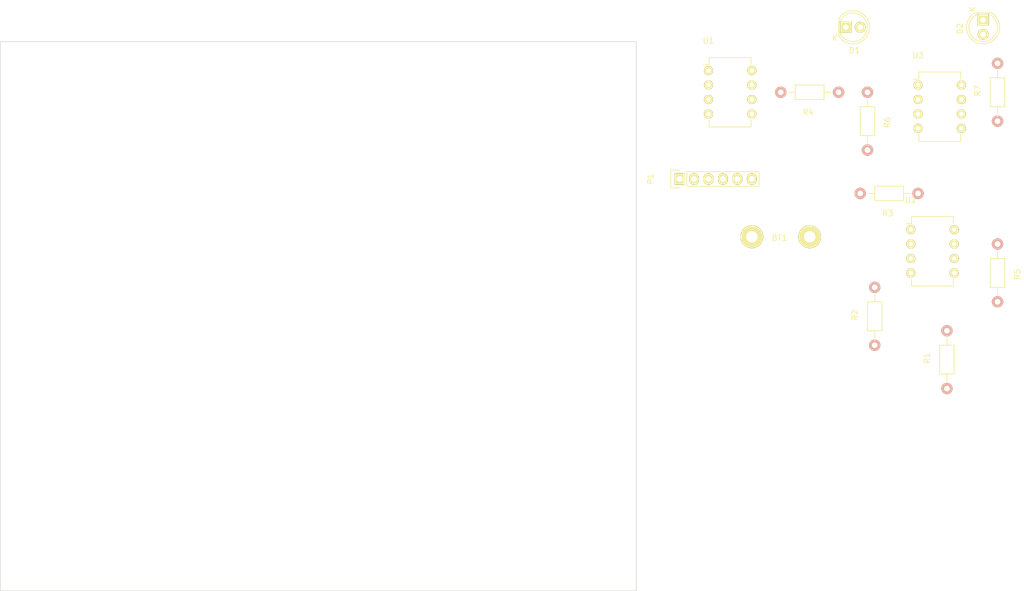
<source format=kicad_pcb>
(kicad_pcb (version 4) (host pcbnew 4.0.2-stable)

  (general
    (links 35)
    (no_connects 35)
    (area 91.389999 22.809999 203.250001 119.430001)
    (thickness 1.6)
    (drawings 4)
    (tracks 0)
    (zones 0)
    (modules 14)
    (nets 16)
  )

  (page A4)
  (layers
    (0 F.Cu signal)
    (31 B.Cu signal)
    (32 B.Adhes user)
    (33 F.Adhes user)
    (34 B.Paste user)
    (35 F.Paste user)
    (36 B.SilkS user)
    (37 F.SilkS user)
    (38 B.Mask user)
    (39 F.Mask user)
    (40 Dwgs.User user)
    (41 Cmts.User user)
    (42 Eco1.User user)
    (43 Eco2.User user)
    (44 Edge.Cuts user)
    (45 Margin user)
    (46 B.CrtYd user)
    (47 F.CrtYd user)
    (48 B.Fab user)
    (49 F.Fab user)
  )

  (setup
    (last_trace_width 0.25)
    (trace_clearance 0.2)
    (zone_clearance 0.508)
    (zone_45_only no)
    (trace_min 0.2)
    (segment_width 0.2)
    (edge_width 0.1)
    (via_size 0.6)
    (via_drill 0.4)
    (via_min_size 0.4)
    (via_min_drill 0.3)
    (uvia_size 0.3)
    (uvia_drill 0.1)
    (uvias_allowed no)
    (uvia_min_size 0.2)
    (uvia_min_drill 0.1)
    (pcb_text_width 0.3)
    (pcb_text_size 1.5 1.5)
    (mod_edge_width 0.15)
    (mod_text_size 1 1)
    (mod_text_width 0.15)
    (pad_size 1.5 1.5)
    (pad_drill 0.6)
    (pad_to_mask_clearance 0)
    (aux_axis_origin 0 0)
    (visible_elements FFFFFF7F)
    (pcbplotparams
      (layerselection 0x00030_80000001)
      (usegerberextensions false)
      (excludeedgelayer true)
      (linewidth 0.100000)
      (plotframeref false)
      (viasonmask false)
      (mode 1)
      (useauxorigin false)
      (hpglpennumber 1)
      (hpglpenspeed 20)
      (hpglpendiameter 15)
      (hpglpenoverlay 2)
      (psnegative false)
      (psa4output false)
      (plotreference true)
      (plotvalue true)
      (plotinvisibletext false)
      (padsonsilk false)
      (subtractmaskfromsilk false)
      (outputformat 1)
      (mirror false)
      (drillshape 1)
      (scaleselection 1)
      (outputdirectory ""))
  )

  (net 0 "")
  (net 1 +9V)
  (net 2 GND)
  (net 3 "Net-(D1-Pad2)")
  (net 4 "Net-(D2-Pad2)")
  (net 5 /Xout)
  (net 6 /Yout)
  (net 7 "Net-(P1-Pad3)")
  (net 8 "Net-(P1-Pad5)")
  (net 9 "Net-(R1-Pad1)")
  (net 10 "Net-(R3-Pad1)")
  (net 11 "Net-(R3-Pad2)")
  (net 12 "Net-(R4-Pad2)")
  (net 13 "Net-(R5-Pad1)")
  (net 14 "Net-(R6-Pad1)")
  (net 15 "Net-(R7-Pad1)")

  (net_class Default "This is the default net class."
    (clearance 0.2)
    (trace_width 0.25)
    (via_dia 0.6)
    (via_drill 0.4)
    (uvia_dia 0.3)
    (uvia_drill 0.1)
    (add_net +9V)
    (add_net /Xout)
    (add_net /Yout)
    (add_net GND)
    (add_net "Net-(D1-Pad2)")
    (add_net "Net-(D2-Pad2)")
    (add_net "Net-(P1-Pad3)")
    (add_net "Net-(P1-Pad5)")
    (add_net "Net-(R1-Pad1)")
    (add_net "Net-(R3-Pad1)")
    (add_net "Net-(R3-Pad2)")
    (add_net "Net-(R4-Pad2)")
    (add_net "Net-(R5-Pad1)")
    (add_net "Net-(R6-Pad1)")
    (add_net "Net-(R7-Pad1)")
  )

  (module Wire_Connections_Bridges:WireConnection_2.00mmDrill (layer F.Cu) (tedit 0) (tstamp 57698CC0)
    (at 223.52 57.15)
    (descr "WireConnection with 2mm drill")
    (path /57688531)
    (fp_text reference BT1 (at 4.8514 0.2032) (layer F.SilkS)
      (effects (font (size 1 1) (thickness 0.15)))
    )
    (fp_text value "Battery 9V" (at 5.08 3.81) (layer F.Fab)
      (effects (font (size 1 1) (thickness 0.15)))
    )
    (fp_line (start 14.0716 -3.7592) (end 13.8684 -3.6576) (layer Cmts.User) (width 0.381))
    (fp_line (start 13.8684 -3.6576) (end 13.6398 -3.6576) (layer Cmts.User) (width 0.381))
    (fp_line (start 13.6398 -3.6576) (end 13.4366 -3.7592) (layer Cmts.User) (width 0.381))
    (fp_line (start 13.4366 -3.7592) (end 13.3604 -4.1148) (layer Cmts.User) (width 0.381))
    (fp_line (start 13.3604 -4.1148) (end 13.3604 -4.572) (layer Cmts.User) (width 0.381))
    (fp_line (start 13.3604 -4.572) (end 13.462 -4.6482) (layer Cmts.User) (width 0.381))
    (fp_line (start 13.462 -4.6482) (end 13.7668 -4.7244) (layer Cmts.User) (width 0.381))
    (fp_line (start 13.7668 -4.7244) (end 13.9954 -4.6736) (layer Cmts.User) (width 0.381))
    (fp_line (start 13.9954 -4.6736) (end 14.0462 -4.318) (layer Cmts.User) (width 0.381))
    (fp_line (start 14.0462 -4.318) (end 13.4366 -4.191) (layer Cmts.User) (width 0.381))
    (fp_line (start 13.4366 -4.191) (end 13.4366 -4.2418) (layer Cmts.User) (width 0.381))
    (fp_line (start 12.7508 -3.7084) (end 12.4206 -3.7084) (layer Cmts.User) (width 0.381))
    (fp_line (start 12.4206 -3.7084) (end 12.2174 -3.7084) (layer Cmts.User) (width 0.381))
    (fp_line (start 12.2174 -3.7084) (end 12.0396 -3.8608) (layer Cmts.User) (width 0.381))
    (fp_line (start 12.0396 -3.8608) (end 12.0396 -4.2418) (layer Cmts.User) (width 0.381))
    (fp_line (start 12.0396 -4.2418) (end 12.1412 -4.572) (layer Cmts.User) (width 0.381))
    (fp_line (start 12.1412 -4.572) (end 12.2936 -4.6482) (layer Cmts.User) (width 0.381))
    (fp_line (start 12.2936 -4.6482) (end 12.573 -4.6482) (layer Cmts.User) (width 0.381))
    (fp_line (start 12.573 -4.6482) (end 12.7508 -4.572) (layer Cmts.User) (width 0.381))
    (fp_line (start 12.7508 -4.572) (end 12.7762 -4.2672) (layer Cmts.User) (width 0.381))
    (fp_line (start 12.7762 -4.2672) (end 12.1412 -4.2418) (layer Cmts.User) (width 0.381))
    (fp_line (start 11.2268 -4.5212) (end 11.6078 -4.6736) (layer Cmts.User) (width 0.381))
    (fp_line (start 11.6078 -4.6736) (end 11.6332 -4.6736) (layer Cmts.User) (width 0.381))
    (fp_line (start 11.2014 -4.7244) (end 11.2014 -3.6576) (layer Cmts.User) (width 0.381))
    (fp_line (start 9.9822 -4.6736) (end 10.668 -4.7244) (layer Cmts.User) (width 0.381))
    (fp_line (start 10.7188 -5.207) (end 10.541 -5.207) (layer Cmts.User) (width 0.381))
    (fp_line (start 10.541 -5.207) (end 10.3886 -5.08) (layer Cmts.User) (width 0.381))
    (fp_line (start 10.3886 -5.08) (end 10.3378 -3.7084) (layer Cmts.User) (width 0.381))
    (fp_line (start 8.4328 -4.5974) (end 8.3058 -4.6736) (layer Cmts.User) (width 0.381))
    (fp_line (start 8.3058 -4.6736) (end 8.0264 -4.6736) (layer Cmts.User) (width 0.381))
    (fp_line (start 8.0264 -4.6736) (end 7.874 -4.445) (layer Cmts.User) (width 0.381))
    (fp_line (start 7.874 -4.445) (end 7.8994 -4.2672) (layer Cmts.User) (width 0.381))
    (fp_line (start 7.8994 -4.2672) (end 8.1788 -4.191) (layer Cmts.User) (width 0.381))
    (fp_line (start 8.1788 -4.191) (end 8.4328 -4.1148) (layer Cmts.User) (width 0.381))
    (fp_line (start 8.4328 -4.1148) (end 8.4836 -3.8354) (layer Cmts.User) (width 0.381))
    (fp_line (start 8.4836 -3.8354) (end 8.2804 -3.6576) (layer Cmts.User) (width 0.381))
    (fp_line (start 8.2804 -3.6576) (end 7.8994 -3.7084) (layer Cmts.User) (width 0.381))
    (fp_line (start 7.1628 -3.6576) (end 6.8072 -3.7592) (layer Cmts.User) (width 0.381))
    (fp_line (start 6.8072 -3.7592) (end 6.604 -3.8354) (layer Cmts.User) (width 0.381))
    (fp_line (start 6.604 -3.8354) (end 6.477 -4.1656) (layer Cmts.User) (width 0.381))
    (fp_line (start 6.477 -4.1656) (end 6.477 -4.4704) (layer Cmts.User) (width 0.381))
    (fp_line (start 6.477 -4.4704) (end 6.6802 -4.6736) (layer Cmts.User) (width 0.381))
    (fp_line (start 6.6802 -4.6736) (end 7.0104 -4.7244) (layer Cmts.User) (width 0.381))
    (fp_line (start 7.2136 -5.207) (end 7.2136 -3.6576) (layer Cmts.User) (width 0.381))
    (fp_line (start 5.715 -3.6576) (end 5.2578 -3.7084) (layer Cmts.User) (width 0.381))
    (fp_line (start 5.2578 -3.7084) (end 5.1054 -3.9116) (layer Cmts.User) (width 0.381))
    (fp_line (start 5.1054 -3.9116) (end 5.1308 -4.191) (layer Cmts.User) (width 0.381))
    (fp_line (start 5.1308 -4.191) (end 5.842 -4.2418) (layer Cmts.User) (width 0.381))
    (fp_line (start 5.1054 -4.572) (end 5.3848 -4.7244) (layer Cmts.User) (width 0.381))
    (fp_line (start 5.3848 -4.7244) (end 5.6388 -4.6482) (layer Cmts.User) (width 0.381))
    (fp_line (start 5.6388 -4.6482) (end 5.7912 -4.4704) (layer Cmts.User) (width 0.381))
    (fp_line (start 5.7912 -4.4704) (end 5.842 -3.6322) (layer Cmts.User) (width 0.381))
    (fp_line (start 3.6068 -3.6576) (end 3.6322 -5.2578) (layer Cmts.User) (width 0.381))
    (fp_line (start 3.6322 -5.2578) (end 4.0894 -5.2578) (layer Cmts.User) (width 0.381))
    (fp_line (start 4.0894 -5.2578) (end 4.3688 -5.1308) (layer Cmts.User) (width 0.381))
    (fp_line (start 4.3688 -5.1308) (end 4.4958 -4.8768) (layer Cmts.User) (width 0.381))
    (fp_line (start 4.4958 -4.8768) (end 4.4958 -4.5974) (layer Cmts.User) (width 0.381))
    (fp_line (start 4.4958 -4.5974) (end 4.3688 -4.3942) (layer Cmts.User) (width 0.381))
    (fp_line (start 4.3688 -4.3942) (end 4.0894 -4.445) (layer Cmts.User) (width 0.381))
    (fp_line (start 4.0894 -4.445) (end 3.6322 -4.445) (layer Cmts.User) (width 0.381))
    (fp_line (start 1.778 -3.7592) (end 1.524 -3.6576) (layer Cmts.User) (width 0.381))
    (fp_line (start 1.524 -3.6576) (end 1.27 -3.7592) (layer Cmts.User) (width 0.381))
    (fp_line (start 1.27 -3.7592) (end 1.1176 -3.9116) (layer Cmts.User) (width 0.381))
    (fp_line (start 1.1176 -3.9116) (end 1.0414 -4.318) (layer Cmts.User) (width 0.381))
    (fp_line (start 1.0414 -4.318) (end 1.1684 -4.572) (layer Cmts.User) (width 0.381))
    (fp_line (start 1.1684 -4.572) (end 1.3716 -4.6736) (layer Cmts.User) (width 0.381))
    (fp_line (start 1.3716 -4.6736) (end 1.651 -4.6482) (layer Cmts.User) (width 0.381))
    (fp_line (start 1.651 -4.6482) (end 1.8034 -4.5212) (layer Cmts.User) (width 0.381))
    (fp_line (start 1.8034 -4.5212) (end 1.8034 -4.318) (layer Cmts.User) (width 0.381))
    (fp_line (start 1.8034 -4.318) (end 1.1684 -4.2418) (layer Cmts.User) (width 0.381))
    (fp_line (start -0.1524 -4.7244) (end 0.3048 -3.6576) (layer Cmts.User) (width 0.381))
    (fp_line (start 0.3048 -3.6576) (end 0.5842 -4.6736) (layer Cmts.User) (width 0.381))
    (fp_line (start 0.5842 -4.6736) (end 0.5588 -4.6736) (layer Cmts.User) (width 0.381))
    (fp_line (start -1.4732 -4.3942) (end -1.4732 -3.9116) (layer Cmts.User) (width 0.381))
    (fp_line (start -1.4732 -3.9116) (end -1.27 -3.7084) (layer Cmts.User) (width 0.381))
    (fp_line (start -1.27 -3.7084) (end -1.0414 -3.6576) (layer Cmts.User) (width 0.381))
    (fp_line (start -1.0414 -3.6576) (end -0.762 -3.7846) (layer Cmts.User) (width 0.381))
    (fp_line (start -0.762 -3.7846) (end -0.6604 -3.9878) (layer Cmts.User) (width 0.381))
    (fp_line (start -0.6604 -3.9878) (end -0.6604 -4.445) (layer Cmts.User) (width 0.381))
    (fp_line (start -0.6604 -4.445) (end -0.8382 -4.6482) (layer Cmts.User) (width 0.381))
    (fp_line (start -0.8382 -4.6482) (end -1.1176 -4.7244) (layer Cmts.User) (width 0.381))
    (fp_line (start -1.1176 -4.7244) (end -1.4478 -4.4704) (layer Cmts.User) (width 0.381))
    (fp_line (start -3.0988 -3.6322) (end -3.0988 -5.2578) (layer Cmts.User) (width 0.381))
    (fp_line (start -3.0988 -5.2578) (end -2.6162 -4.1148) (layer Cmts.User) (width 0.381))
    (fp_line (start -2.6162 -4.1148) (end -2.1336 -5.1816) (layer Cmts.User) (width 0.381))
    (fp_line (start -2.1336 -5.1816) (end -2.1336 -3.6322) (layer Cmts.User) (width 0.381))
    (pad 1 thru_hole circle (at 0 0) (size 4.0005 4.0005) (drill 1.99898) (layers *.Cu *.Mask F.SilkS)
      (net 1 +9V))
    (pad 2 thru_hole circle (at 10.16 0) (size 4.0005 4.0005) (drill 1.99898) (layers *.Cu *.Mask F.SilkS)
      (net 2 GND))
  )

  (module LEDs:LED-5MM (layer F.Cu) (tedit 5570F7EA) (tstamp 57698CCC)
    (at 240.03 20.32)
    (descr "LED 5mm round vertical")
    (tags "LED 5mm round vertical")
    (path /57685A1D)
    (fp_text reference D1 (at 1.524 4.064) (layer F.SilkS)
      (effects (font (size 1 1) (thickness 0.15)))
    )
    (fp_text value LED (at 1.524 -3.937) (layer F.Fab)
      (effects (font (size 1 1) (thickness 0.15)))
    )
    (fp_line (start -1.5 -1.55) (end -1.5 1.55) (layer F.CrtYd) (width 0.05))
    (fp_arc (start 1.3 0) (end -1.5 1.55) (angle -302) (layer F.CrtYd) (width 0.05))
    (fp_arc (start 1.27 0) (end -1.23 -1.5) (angle 297.5) (layer F.SilkS) (width 0.15))
    (fp_line (start -1.23 1.5) (end -1.23 -1.5) (layer F.SilkS) (width 0.15))
    (fp_circle (center 1.27 0) (end 0.97 -2.5) (layer F.SilkS) (width 0.15))
    (fp_text user K (at -1.905 1.905) (layer F.SilkS)
      (effects (font (size 1 1) (thickness 0.15)))
    )
    (pad 1 thru_hole rect (at 0 0 90) (size 2 1.9) (drill 1.00076) (layers *.Cu *.Mask F.SilkS)
      (net 2 GND))
    (pad 2 thru_hole circle (at 2.54 0) (size 1.9 1.9) (drill 1.00076) (layers *.Cu *.Mask F.SilkS)
      (net 3 "Net-(D1-Pad2)"))
    (model LEDs.3dshapes/LED-5MM.wrl
      (at (xyz 0.05 0 0))
      (scale (xyz 1 1 1))
      (rotate (xyz 0 0 90))
    )
  )

  (module LEDs:LED-5MM (layer F.Cu) (tedit 5570F7EA) (tstamp 57698CD8)
    (at 264.16 19.05 270)
    (descr "LED 5mm round vertical")
    (tags "LED 5mm round vertical")
    (path /57685AC7)
    (fp_text reference D2 (at 1.524 4.064 270) (layer F.SilkS)
      (effects (font (size 1 1) (thickness 0.15)))
    )
    (fp_text value LED (at 1.524 -3.937 270) (layer F.Fab)
      (effects (font (size 1 1) (thickness 0.15)))
    )
    (fp_line (start -1.5 -1.55) (end -1.5 1.55) (layer F.CrtYd) (width 0.05))
    (fp_arc (start 1.3 0) (end -1.5 1.55) (angle -302) (layer F.CrtYd) (width 0.05))
    (fp_arc (start 1.27 0) (end -1.23 -1.5) (angle 297.5) (layer F.SilkS) (width 0.15))
    (fp_line (start -1.23 1.5) (end -1.23 -1.5) (layer F.SilkS) (width 0.15))
    (fp_circle (center 1.27 0) (end 0.97 -2.5) (layer F.SilkS) (width 0.15))
    (fp_text user K (at -1.905 1.905 270) (layer F.SilkS)
      (effects (font (size 1 1) (thickness 0.15)))
    )
    (pad 1 thru_hole rect (at 0 0) (size 2 1.9) (drill 1.00076) (layers *.Cu *.Mask F.SilkS)
      (net 2 GND))
    (pad 2 thru_hole circle (at 2.54 0 270) (size 1.9 1.9) (drill 1.00076) (layers *.Cu *.Mask F.SilkS)
      (net 4 "Net-(D2-Pad2)"))
    (model LEDs.3dshapes/LED-5MM.wrl
      (at (xyz 0.05 0 0))
      (scale (xyz 1 1 1))
      (rotate (xyz 0 0 90))
    )
  )

  (module Pin_Headers:Pin_Header_Straight_1x06 (layer F.Cu) (tedit 0) (tstamp 57698CED)
    (at 210.82 46.99 90)
    (descr "Through hole pin header")
    (tags "pin header")
    (path /57688479)
    (fp_text reference P1 (at 0 -5.1 90) (layer F.SilkS)
      (effects (font (size 1 1) (thickness 0.15)))
    )
    (fp_text value CONN_01X06 (at 0 -3.1 90) (layer F.Fab)
      (effects (font (size 1 1) (thickness 0.15)))
    )
    (fp_line (start -1.75 -1.75) (end -1.75 14.45) (layer F.CrtYd) (width 0.05))
    (fp_line (start 1.75 -1.75) (end 1.75 14.45) (layer F.CrtYd) (width 0.05))
    (fp_line (start -1.75 -1.75) (end 1.75 -1.75) (layer F.CrtYd) (width 0.05))
    (fp_line (start -1.75 14.45) (end 1.75 14.45) (layer F.CrtYd) (width 0.05))
    (fp_line (start 1.27 1.27) (end 1.27 13.97) (layer F.SilkS) (width 0.15))
    (fp_line (start 1.27 13.97) (end -1.27 13.97) (layer F.SilkS) (width 0.15))
    (fp_line (start -1.27 13.97) (end -1.27 1.27) (layer F.SilkS) (width 0.15))
    (fp_line (start 1.55 -1.55) (end 1.55 0) (layer F.SilkS) (width 0.15))
    (fp_line (start 1.27 1.27) (end -1.27 1.27) (layer F.SilkS) (width 0.15))
    (fp_line (start -1.55 0) (end -1.55 -1.55) (layer F.SilkS) (width 0.15))
    (fp_line (start -1.55 -1.55) (end 1.55 -1.55) (layer F.SilkS) (width 0.15))
    (pad 1 thru_hole rect (at 0 0 90) (size 2.032 1.7272) (drill 1.016) (layers *.Cu *.Mask F.SilkS)
      (net 5 /Xout))
    (pad 2 thru_hole oval (at 0 2.54 90) (size 2.032 1.7272) (drill 1.016) (layers *.Cu *.Mask F.SilkS)
      (net 6 /Yout))
    (pad 3 thru_hole oval (at 0 5.08 90) (size 2.032 1.7272) (drill 1.016) (layers *.Cu *.Mask F.SilkS)
      (net 7 "Net-(P1-Pad3)"))
    (pad 4 thru_hole oval (at 0 7.62 90) (size 2.032 1.7272) (drill 1.016) (layers *.Cu *.Mask F.SilkS)
      (net 2 GND))
    (pad 5 thru_hole oval (at 0 10.16 90) (size 2.032 1.7272) (drill 1.016) (layers *.Cu *.Mask F.SilkS)
      (net 8 "Net-(P1-Pad5)"))
    (pad 6 thru_hole oval (at 0 12.7 90) (size 2.032 1.7272) (drill 1.016) (layers *.Cu *.Mask F.SilkS)
      (net 1 +9V))
    (model Pin_Headers.3dshapes/Pin_Header_Straight_1x06.wrl
      (at (xyz 0 -0.25 0))
      (scale (xyz 1 1 1))
      (rotate (xyz 0 0 90))
    )
  )

  (module Resistors_ThroughHole:Resistor_Horizontal_RM10mm (layer F.Cu) (tedit 56648415) (tstamp 57698CFD)
    (at 257.81 83.82 90)
    (descr "Resistor, Axial,  RM 10mm, 1/3W")
    (tags "Resistor Axial RM 10mm 1/3W")
    (path /57684F00)
    (fp_text reference R1 (at 5.32892 -3.50012 90) (layer F.SilkS)
      (effects (font (size 1 1) (thickness 0.15)))
    )
    (fp_text value 33k (at 5.08 3.81 90) (layer F.Fab)
      (effects (font (size 1 1) (thickness 0.15)))
    )
    (fp_line (start -1.25 -1.5) (end 11.4 -1.5) (layer F.CrtYd) (width 0.05))
    (fp_line (start -1.25 1.5) (end -1.25 -1.5) (layer F.CrtYd) (width 0.05))
    (fp_line (start 11.4 -1.5) (end 11.4 1.5) (layer F.CrtYd) (width 0.05))
    (fp_line (start -1.25 1.5) (end 11.4 1.5) (layer F.CrtYd) (width 0.05))
    (fp_line (start 2.54 -1.27) (end 7.62 -1.27) (layer F.SilkS) (width 0.15))
    (fp_line (start 7.62 -1.27) (end 7.62 1.27) (layer F.SilkS) (width 0.15))
    (fp_line (start 7.62 1.27) (end 2.54 1.27) (layer F.SilkS) (width 0.15))
    (fp_line (start 2.54 1.27) (end 2.54 -1.27) (layer F.SilkS) (width 0.15))
    (fp_line (start 2.54 0) (end 1.27 0) (layer F.SilkS) (width 0.15))
    (fp_line (start 7.62 0) (end 8.89 0) (layer F.SilkS) (width 0.15))
    (pad 1 thru_hole circle (at 0 0 90) (size 1.99898 1.99898) (drill 1.00076) (layers *.Cu *.SilkS *.Mask)
      (net 9 "Net-(R1-Pad1)"))
    (pad 2 thru_hole circle (at 10.16 0 90) (size 1.99898 1.99898) (drill 1.00076) (layers *.Cu *.SilkS *.Mask)
      (net 1 +9V))
    (model Resistors_ThroughHole.3dshapes/Resistor_Horizontal_RM10mm.wrl
      (at (xyz 0.2 0 0))
      (scale (xyz 0.4 0.4 0.4))
      (rotate (xyz 0 0 0))
    )
  )

  (module Resistors_ThroughHole:Resistor_Horizontal_RM10mm (layer F.Cu) (tedit 56648415) (tstamp 57698D0D)
    (at 245.11 76.2 90)
    (descr "Resistor, Axial,  RM 10mm, 1/3W")
    (tags "Resistor Axial RM 10mm 1/3W")
    (path /57684FA3)
    (fp_text reference R2 (at 5.32892 -3.50012 90) (layer F.SilkS)
      (effects (font (size 1 1) (thickness 0.15)))
    )
    (fp_text value 33k (at 5.08 3.81 90) (layer F.Fab)
      (effects (font (size 1 1) (thickness 0.15)))
    )
    (fp_line (start -1.25 -1.5) (end 11.4 -1.5) (layer F.CrtYd) (width 0.05))
    (fp_line (start -1.25 1.5) (end -1.25 -1.5) (layer F.CrtYd) (width 0.05))
    (fp_line (start 11.4 -1.5) (end 11.4 1.5) (layer F.CrtYd) (width 0.05))
    (fp_line (start -1.25 1.5) (end 11.4 1.5) (layer F.CrtYd) (width 0.05))
    (fp_line (start 2.54 -1.27) (end 7.62 -1.27) (layer F.SilkS) (width 0.15))
    (fp_line (start 7.62 -1.27) (end 7.62 1.27) (layer F.SilkS) (width 0.15))
    (fp_line (start 7.62 1.27) (end 2.54 1.27) (layer F.SilkS) (width 0.15))
    (fp_line (start 2.54 1.27) (end 2.54 -1.27) (layer F.SilkS) (width 0.15))
    (fp_line (start 2.54 0) (end 1.27 0) (layer F.SilkS) (width 0.15))
    (fp_line (start 7.62 0) (end 8.89 0) (layer F.SilkS) (width 0.15))
    (pad 1 thru_hole circle (at 0 0 90) (size 1.99898 1.99898) (drill 1.00076) (layers *.Cu *.SilkS *.Mask)
      (net 2 GND))
    (pad 2 thru_hole circle (at 10.16 0 90) (size 1.99898 1.99898) (drill 1.00076) (layers *.Cu *.SilkS *.Mask)
      (net 9 "Net-(R1-Pad1)"))
    (model Resistors_ThroughHole.3dshapes/Resistor_Horizontal_RM10mm.wrl
      (at (xyz 0.2 0 0))
      (scale (xyz 0.4 0.4 0.4))
      (rotate (xyz 0 0 0))
    )
  )

  (module Resistors_ThroughHole:Resistor_Horizontal_RM10mm (layer F.Cu) (tedit 56648415) (tstamp 57698D1D)
    (at 252.73 49.53 180)
    (descr "Resistor, Axial,  RM 10mm, 1/3W")
    (tags "Resistor Axial RM 10mm 1/3W")
    (path /5768432E)
    (fp_text reference R3 (at 5.32892 -3.50012 180) (layer F.SilkS)
      (effects (font (size 1 1) (thickness 0.15)))
    )
    (fp_text value 330 (at 5.08 3.81 180) (layer F.Fab)
      (effects (font (size 1 1) (thickness 0.15)))
    )
    (fp_line (start -1.25 -1.5) (end 11.4 -1.5) (layer F.CrtYd) (width 0.05))
    (fp_line (start -1.25 1.5) (end -1.25 -1.5) (layer F.CrtYd) (width 0.05))
    (fp_line (start 11.4 -1.5) (end 11.4 1.5) (layer F.CrtYd) (width 0.05))
    (fp_line (start -1.25 1.5) (end 11.4 1.5) (layer F.CrtYd) (width 0.05))
    (fp_line (start 2.54 -1.27) (end 7.62 -1.27) (layer F.SilkS) (width 0.15))
    (fp_line (start 7.62 -1.27) (end 7.62 1.27) (layer F.SilkS) (width 0.15))
    (fp_line (start 7.62 1.27) (end 2.54 1.27) (layer F.SilkS) (width 0.15))
    (fp_line (start 2.54 1.27) (end 2.54 -1.27) (layer F.SilkS) (width 0.15))
    (fp_line (start 2.54 0) (end 1.27 0) (layer F.SilkS) (width 0.15))
    (fp_line (start 7.62 0) (end 8.89 0) (layer F.SilkS) (width 0.15))
    (pad 1 thru_hole circle (at 0 0 180) (size 1.99898 1.99898) (drill 1.00076) (layers *.Cu *.SilkS *.Mask)
      (net 10 "Net-(R3-Pad1)"))
    (pad 2 thru_hole circle (at 10.16 0 180) (size 1.99898 1.99898) (drill 1.00076) (layers *.Cu *.SilkS *.Mask)
      (net 11 "Net-(R3-Pad2)"))
    (model Resistors_ThroughHole.3dshapes/Resistor_Horizontal_RM10mm.wrl
      (at (xyz 0.2 0 0))
      (scale (xyz 0.4 0.4 0.4))
      (rotate (xyz 0 0 0))
    )
  )

  (module Resistors_ThroughHole:Resistor_Horizontal_RM10mm (layer F.Cu) (tedit 56648415) (tstamp 57698D2D)
    (at 238.76 31.75 180)
    (descr "Resistor, Axial,  RM 10mm, 1/3W")
    (tags "Resistor Axial RM 10mm 1/3W")
    (path /5768430A)
    (fp_text reference R4 (at 5.32892 -3.50012 180) (layer F.SilkS)
      (effects (font (size 1 1) (thickness 0.15)))
    )
    (fp_text value 330 (at 5.08 3.81 180) (layer F.Fab)
      (effects (font (size 1 1) (thickness 0.15)))
    )
    (fp_line (start -1.25 -1.5) (end 11.4 -1.5) (layer F.CrtYd) (width 0.05))
    (fp_line (start -1.25 1.5) (end -1.25 -1.5) (layer F.CrtYd) (width 0.05))
    (fp_line (start 11.4 -1.5) (end 11.4 1.5) (layer F.CrtYd) (width 0.05))
    (fp_line (start -1.25 1.5) (end 11.4 1.5) (layer F.CrtYd) (width 0.05))
    (fp_line (start 2.54 -1.27) (end 7.62 -1.27) (layer F.SilkS) (width 0.15))
    (fp_line (start 7.62 -1.27) (end 7.62 1.27) (layer F.SilkS) (width 0.15))
    (fp_line (start 7.62 1.27) (end 2.54 1.27) (layer F.SilkS) (width 0.15))
    (fp_line (start 2.54 1.27) (end 2.54 -1.27) (layer F.SilkS) (width 0.15))
    (fp_line (start 2.54 0) (end 1.27 0) (layer F.SilkS) (width 0.15))
    (fp_line (start 7.62 0) (end 8.89 0) (layer F.SilkS) (width 0.15))
    (pad 1 thru_hole circle (at 0 0 180) (size 1.99898 1.99898) (drill 1.00076) (layers *.Cu *.SilkS *.Mask)
      (net 9 "Net-(R1-Pad1)"))
    (pad 2 thru_hole circle (at 10.16 0 180) (size 1.99898 1.99898) (drill 1.00076) (layers *.Cu *.SilkS *.Mask)
      (net 12 "Net-(R4-Pad2)"))
    (model Resistors_ThroughHole.3dshapes/Resistor_Horizontal_RM10mm.wrl
      (at (xyz 0.2 0 0))
      (scale (xyz 0.4 0.4 0.4))
      (rotate (xyz 0 0 0))
    )
  )

  (module Resistors_ThroughHole:Resistor_Horizontal_RM10mm (layer F.Cu) (tedit 56648415) (tstamp 57698D3D)
    (at 266.7 58.42 270)
    (descr "Resistor, Axial,  RM 10mm, 1/3W")
    (tags "Resistor Axial RM 10mm 1/3W")
    (path /57684797)
    (fp_text reference R5 (at 5.32892 -3.50012 270) (layer F.SilkS)
      (effects (font (size 1 1) (thickness 0.15)))
    )
    (fp_text value 33k (at 5.08 3.81 270) (layer F.Fab)
      (effects (font (size 1 1) (thickness 0.15)))
    )
    (fp_line (start -1.25 -1.5) (end 11.4 -1.5) (layer F.CrtYd) (width 0.05))
    (fp_line (start -1.25 1.5) (end -1.25 -1.5) (layer F.CrtYd) (width 0.05))
    (fp_line (start 11.4 -1.5) (end 11.4 1.5) (layer F.CrtYd) (width 0.05))
    (fp_line (start -1.25 1.5) (end 11.4 1.5) (layer F.CrtYd) (width 0.05))
    (fp_line (start 2.54 -1.27) (end 7.62 -1.27) (layer F.SilkS) (width 0.15))
    (fp_line (start 7.62 -1.27) (end 7.62 1.27) (layer F.SilkS) (width 0.15))
    (fp_line (start 7.62 1.27) (end 2.54 1.27) (layer F.SilkS) (width 0.15))
    (fp_line (start 2.54 1.27) (end 2.54 -1.27) (layer F.SilkS) (width 0.15))
    (fp_line (start 2.54 0) (end 1.27 0) (layer F.SilkS) (width 0.15))
    (fp_line (start 7.62 0) (end 8.89 0) (layer F.SilkS) (width 0.15))
    (pad 1 thru_hole circle (at 0 0 270) (size 1.99898 1.99898) (drill 1.00076) (layers *.Cu *.SilkS *.Mask)
      (net 13 "Net-(R5-Pad1)"))
    (pad 2 thru_hole circle (at 10.16 0 270) (size 1.99898 1.99898) (drill 1.00076) (layers *.Cu *.SilkS *.Mask)
      (net 10 "Net-(R3-Pad1)"))
    (model Resistors_ThroughHole.3dshapes/Resistor_Horizontal_RM10mm.wrl
      (at (xyz 0.2 0 0))
      (scale (xyz 0.4 0.4 0.4))
      (rotate (xyz 0 0 0))
    )
  )

  (module Resistors_ThroughHole:Resistor_Horizontal_RM10mm (layer F.Cu) (tedit 56648415) (tstamp 57698D4D)
    (at 243.84 31.75 270)
    (descr "Resistor, Axial,  RM 10mm, 1/3W")
    (tags "Resistor Axial RM 10mm 1/3W")
    (path /57684B02)
    (fp_text reference R6 (at 5.32892 -3.50012 270) (layer F.SilkS)
      (effects (font (size 1 1) (thickness 0.15)))
    )
    (fp_text value 220 (at 5.08 3.81 270) (layer F.Fab)
      (effects (font (size 1 1) (thickness 0.15)))
    )
    (fp_line (start -1.25 -1.5) (end 11.4 -1.5) (layer F.CrtYd) (width 0.05))
    (fp_line (start -1.25 1.5) (end -1.25 -1.5) (layer F.CrtYd) (width 0.05))
    (fp_line (start 11.4 -1.5) (end 11.4 1.5) (layer F.CrtYd) (width 0.05))
    (fp_line (start -1.25 1.5) (end 11.4 1.5) (layer F.CrtYd) (width 0.05))
    (fp_line (start 2.54 -1.27) (end 7.62 -1.27) (layer F.SilkS) (width 0.15))
    (fp_line (start 7.62 -1.27) (end 7.62 1.27) (layer F.SilkS) (width 0.15))
    (fp_line (start 7.62 1.27) (end 2.54 1.27) (layer F.SilkS) (width 0.15))
    (fp_line (start 2.54 1.27) (end 2.54 -1.27) (layer F.SilkS) (width 0.15))
    (fp_line (start 2.54 0) (end 1.27 0) (layer F.SilkS) (width 0.15))
    (fp_line (start 7.62 0) (end 8.89 0) (layer F.SilkS) (width 0.15))
    (pad 1 thru_hole circle (at 0 0 270) (size 1.99898 1.99898) (drill 1.00076) (layers *.Cu *.SilkS *.Mask)
      (net 14 "Net-(R6-Pad1)"))
    (pad 2 thru_hole circle (at 10.16 0 270) (size 1.99898 1.99898) (drill 1.00076) (layers *.Cu *.SilkS *.Mask)
      (net 13 "Net-(R5-Pad1)"))
    (model Resistors_ThroughHole.3dshapes/Resistor_Horizontal_RM10mm.wrl
      (at (xyz 0.2 0 0))
      (scale (xyz 0.4 0.4 0.4))
      (rotate (xyz 0 0 0))
    )
  )

  (module Resistors_ThroughHole:Resistor_Horizontal_RM10mm (layer F.Cu) (tedit 56648415) (tstamp 57698D5D)
    (at 266.7 36.83 90)
    (descr "Resistor, Axial,  RM 10mm, 1/3W")
    (tags "Resistor Axial RM 10mm 1/3W")
    (path /57684BEC)
    (fp_text reference R7 (at 5.32892 -3.50012 90) (layer F.SilkS)
      (effects (font (size 1 1) (thickness 0.15)))
    )
    (fp_text value 220 (at 5.08 3.81 90) (layer F.Fab)
      (effects (font (size 1 1) (thickness 0.15)))
    )
    (fp_line (start -1.25 -1.5) (end 11.4 -1.5) (layer F.CrtYd) (width 0.05))
    (fp_line (start -1.25 1.5) (end -1.25 -1.5) (layer F.CrtYd) (width 0.05))
    (fp_line (start 11.4 -1.5) (end 11.4 1.5) (layer F.CrtYd) (width 0.05))
    (fp_line (start -1.25 1.5) (end 11.4 1.5) (layer F.CrtYd) (width 0.05))
    (fp_line (start 2.54 -1.27) (end 7.62 -1.27) (layer F.SilkS) (width 0.15))
    (fp_line (start 7.62 -1.27) (end 7.62 1.27) (layer F.SilkS) (width 0.15))
    (fp_line (start 7.62 1.27) (end 2.54 1.27) (layer F.SilkS) (width 0.15))
    (fp_line (start 2.54 1.27) (end 2.54 -1.27) (layer F.SilkS) (width 0.15))
    (fp_line (start 2.54 0) (end 1.27 0) (layer F.SilkS) (width 0.15))
    (fp_line (start 7.62 0) (end 8.89 0) (layer F.SilkS) (width 0.15))
    (pad 1 thru_hole circle (at 0 0 90) (size 1.99898 1.99898) (drill 1.00076) (layers *.Cu *.SilkS *.Mask)
      (net 15 "Net-(R7-Pad1)"))
    (pad 2 thru_hole circle (at 10.16 0 90) (size 1.99898 1.99898) (drill 1.00076) (layers *.Cu *.SilkS *.Mask)
      (net 9 "Net-(R1-Pad1)"))
    (model Resistors_ThroughHole.3dshapes/Resistor_Horizontal_RM10mm.wrl
      (at (xyz 0.2 0 0))
      (scale (xyz 0.4 0.4 0.4))
      (rotate (xyz 0 0 0))
    )
  )

  (module Housings_DIP:DIP-8_W7.62mm (layer F.Cu) (tedit 54130A77) (tstamp 57698D74)
    (at 215.9 27.94)
    (descr "8-lead dip package, row spacing 7.62 mm (300 mils)")
    (tags "dil dip 2.54 300")
    (path /57683DDE)
    (fp_text reference U1 (at 0 -5.22) (layer F.SilkS)
      (effects (font (size 1 1) (thickness 0.15)))
    )
    (fp_text value LM358N (at 0 -3.72) (layer F.Fab)
      (effects (font (size 1 1) (thickness 0.15)))
    )
    (fp_line (start -1.05 -2.45) (end -1.05 10.1) (layer F.CrtYd) (width 0.05))
    (fp_line (start 8.65 -2.45) (end 8.65 10.1) (layer F.CrtYd) (width 0.05))
    (fp_line (start -1.05 -2.45) (end 8.65 -2.45) (layer F.CrtYd) (width 0.05))
    (fp_line (start -1.05 10.1) (end 8.65 10.1) (layer F.CrtYd) (width 0.05))
    (fp_line (start 0.135 -2.295) (end 0.135 -1.025) (layer F.SilkS) (width 0.15))
    (fp_line (start 7.485 -2.295) (end 7.485 -1.025) (layer F.SilkS) (width 0.15))
    (fp_line (start 7.485 9.915) (end 7.485 8.645) (layer F.SilkS) (width 0.15))
    (fp_line (start 0.135 9.915) (end 0.135 8.645) (layer F.SilkS) (width 0.15))
    (fp_line (start 0.135 -2.295) (end 7.485 -2.295) (layer F.SilkS) (width 0.15))
    (fp_line (start 0.135 9.915) (end 7.485 9.915) (layer F.SilkS) (width 0.15))
    (fp_line (start 0.135 -1.025) (end -0.8 -1.025) (layer F.SilkS) (width 0.15))
    (pad 1 thru_hole oval (at 0 0) (size 1.6 1.6) (drill 0.8) (layers *.Cu *.Mask F.SilkS)
      (net 11 "Net-(R3-Pad2)"))
    (pad 2 thru_hole oval (at 0 2.54) (size 1.6 1.6) (drill 0.8) (layers *.Cu *.Mask F.SilkS)
      (net 11 "Net-(R3-Pad2)"))
    (pad 3 thru_hole oval (at 0 5.08) (size 1.6 1.6) (drill 0.8) (layers *.Cu *.Mask F.SilkS)
      (net 5 /Xout))
    (pad 4 thru_hole oval (at 0 7.62) (size 1.6 1.6) (drill 0.8) (layers *.Cu *.Mask F.SilkS)
      (net 2 GND))
    (pad 5 thru_hole oval (at 7.62 7.62) (size 1.6 1.6) (drill 0.8) (layers *.Cu *.Mask F.SilkS)
      (net 6 /Yout))
    (pad 6 thru_hole oval (at 7.62 5.08) (size 1.6 1.6) (drill 0.8) (layers *.Cu *.Mask F.SilkS)
      (net 12 "Net-(R4-Pad2)"))
    (pad 7 thru_hole oval (at 7.62 2.54) (size 1.6 1.6) (drill 0.8) (layers *.Cu *.Mask F.SilkS)
      (net 12 "Net-(R4-Pad2)"))
    (pad 8 thru_hole oval (at 7.62 0) (size 1.6 1.6) (drill 0.8) (layers *.Cu *.Mask F.SilkS)
      (net 1 +9V))
    (model Housings_DIP.3dshapes/DIP-8_W7.62mm.wrl
      (at (xyz 0 0 0))
      (scale (xyz 1 1 1))
      (rotate (xyz 0 0 0))
    )
  )

  (module Housings_DIP:DIP-8_W7.62mm (layer F.Cu) (tedit 54130A77) (tstamp 57698D8B)
    (at 251.46 55.88)
    (descr "8-lead dip package, row spacing 7.62 mm (300 mils)")
    (tags "dil dip 2.54 300")
    (path /57683EAA)
    (fp_text reference U2 (at 0 -5.22) (layer F.SilkS)
      (effects (font (size 1 1) (thickness 0.15)))
    )
    (fp_text value LM358N (at 0 -3.72) (layer F.Fab)
      (effects (font (size 1 1) (thickness 0.15)))
    )
    (fp_line (start -1.05 -2.45) (end -1.05 10.1) (layer F.CrtYd) (width 0.05))
    (fp_line (start 8.65 -2.45) (end 8.65 10.1) (layer F.CrtYd) (width 0.05))
    (fp_line (start -1.05 -2.45) (end 8.65 -2.45) (layer F.CrtYd) (width 0.05))
    (fp_line (start -1.05 10.1) (end 8.65 10.1) (layer F.CrtYd) (width 0.05))
    (fp_line (start 0.135 -2.295) (end 0.135 -1.025) (layer F.SilkS) (width 0.15))
    (fp_line (start 7.485 -2.295) (end 7.485 -1.025) (layer F.SilkS) (width 0.15))
    (fp_line (start 7.485 9.915) (end 7.485 8.645) (layer F.SilkS) (width 0.15))
    (fp_line (start 0.135 9.915) (end 0.135 8.645) (layer F.SilkS) (width 0.15))
    (fp_line (start 0.135 -2.295) (end 7.485 -2.295) (layer F.SilkS) (width 0.15))
    (fp_line (start 0.135 9.915) (end 7.485 9.915) (layer F.SilkS) (width 0.15))
    (fp_line (start 0.135 -1.025) (end -0.8 -1.025) (layer F.SilkS) (width 0.15))
    (pad 1 thru_hole oval (at 0 0) (size 1.6 1.6) (drill 0.8) (layers *.Cu *.Mask F.SilkS)
      (net 9 "Net-(R1-Pad1)"))
    (pad 2 thru_hole oval (at 0 2.54) (size 1.6 1.6) (drill 0.8) (layers *.Cu *.Mask F.SilkS)
      (net 9 "Net-(R1-Pad1)"))
    (pad 3 thru_hole oval (at 0 5.08) (size 1.6 1.6) (drill 0.8) (layers *.Cu *.Mask F.SilkS)
      (net 2 GND))
    (pad 4 thru_hole oval (at 0 7.62) (size 1.6 1.6) (drill 0.8) (layers *.Cu *.Mask F.SilkS)
      (net 2 GND))
    (pad 5 thru_hole oval (at 7.62 7.62) (size 1.6 1.6) (drill 0.8) (layers *.Cu *.Mask F.SilkS)
      (net 9 "Net-(R1-Pad1)"))
    (pad 6 thru_hole oval (at 7.62 5.08) (size 1.6 1.6) (drill 0.8) (layers *.Cu *.Mask F.SilkS)
      (net 10 "Net-(R3-Pad1)"))
    (pad 7 thru_hole oval (at 7.62 2.54) (size 1.6 1.6) (drill 0.8) (layers *.Cu *.Mask F.SilkS)
      (net 13 "Net-(R5-Pad1)"))
    (pad 8 thru_hole oval (at 7.62 0) (size 1.6 1.6) (drill 0.8) (layers *.Cu *.Mask F.SilkS)
      (net 1 +9V))
    (model Housings_DIP.3dshapes/DIP-8_W7.62mm.wrl
      (at (xyz 0 0 0))
      (scale (xyz 1 1 1))
      (rotate (xyz 0 0 0))
    )
  )

  (module Housings_DIP:DIP-8_W7.62mm (layer F.Cu) (tedit 54130A77) (tstamp 57698DA2)
    (at 252.73 30.48)
    (descr "8-lead dip package, row spacing 7.62 mm (300 mils)")
    (tags "dil dip 2.54 300")
    (path /57683EE5)
    (fp_text reference U3 (at 0 -5.22) (layer F.SilkS)
      (effects (font (size 1 1) (thickness 0.15)))
    )
    (fp_text value LM358N (at 0 -3.72) (layer F.Fab)
      (effects (font (size 1 1) (thickness 0.15)))
    )
    (fp_line (start -1.05 -2.45) (end -1.05 10.1) (layer F.CrtYd) (width 0.05))
    (fp_line (start 8.65 -2.45) (end 8.65 10.1) (layer F.CrtYd) (width 0.05))
    (fp_line (start -1.05 -2.45) (end 8.65 -2.45) (layer F.CrtYd) (width 0.05))
    (fp_line (start -1.05 10.1) (end 8.65 10.1) (layer F.CrtYd) (width 0.05))
    (fp_line (start 0.135 -2.295) (end 0.135 -1.025) (layer F.SilkS) (width 0.15))
    (fp_line (start 7.485 -2.295) (end 7.485 -1.025) (layer F.SilkS) (width 0.15))
    (fp_line (start 7.485 9.915) (end 7.485 8.645) (layer F.SilkS) (width 0.15))
    (fp_line (start 0.135 9.915) (end 0.135 8.645) (layer F.SilkS) (width 0.15))
    (fp_line (start 0.135 -2.295) (end 7.485 -2.295) (layer F.SilkS) (width 0.15))
    (fp_line (start 0.135 9.915) (end 7.485 9.915) (layer F.SilkS) (width 0.15))
    (fp_line (start 0.135 -1.025) (end -0.8 -1.025) (layer F.SilkS) (width 0.15))
    (pad 1 thru_hole oval (at 0 0) (size 1.6 1.6) (drill 0.8) (layers *.Cu *.Mask F.SilkS)
      (net 3 "Net-(D1-Pad2)"))
    (pad 2 thru_hole oval (at 0 2.54) (size 1.6 1.6) (drill 0.8) (layers *.Cu *.Mask F.SilkS)
      (net 14 "Net-(R6-Pad1)"))
    (pad 3 thru_hole oval (at 0 5.08) (size 1.6 1.6) (drill 0.8) (layers *.Cu *.Mask F.SilkS)
      (net 9 "Net-(R1-Pad1)"))
    (pad 4 thru_hole oval (at 0 7.62) (size 1.6 1.6) (drill 0.8) (layers *.Cu *.Mask F.SilkS)
      (net 2 GND))
    (pad 5 thru_hole oval (at 7.62 7.62) (size 1.6 1.6) (drill 0.8) (layers *.Cu *.Mask F.SilkS)
      (net 13 "Net-(R5-Pad1)"))
    (pad 6 thru_hole oval (at 7.62 5.08) (size 1.6 1.6) (drill 0.8) (layers *.Cu *.Mask F.SilkS)
      (net 15 "Net-(R7-Pad1)"))
    (pad 7 thru_hole oval (at 7.62 2.54) (size 1.6 1.6) (drill 0.8) (layers *.Cu *.Mask F.SilkS)
      (net 4 "Net-(D2-Pad2)"))
    (pad 8 thru_hole oval (at 7.62 0) (size 1.6 1.6) (drill 0.8) (layers *.Cu *.Mask F.SilkS)
      (net 1 +9V))
    (model Housings_DIP.3dshapes/DIP-8_W7.62mm.wrl
      (at (xyz 0 0 0))
      (scale (xyz 1 1 1))
      (rotate (xyz 0 0 0))
    )
  )

  (gr_line (start 203.2 22.86) (end 91.44 22.86) (angle 90) (layer Edge.Cuts) (width 0.1))
  (gr_line (start 203.2 119.38) (end 203.2 22.86) (angle 90) (layer Edge.Cuts) (width 0.1))
  (gr_line (start 91.44 119.38) (end 203.2 119.38) (angle 90) (layer Edge.Cuts) (width 0.1))
  (gr_line (start 91.44 22.86) (end 91.44 119.38) (angle 90) (layer Edge.Cuts) (width 0.1))

)

</source>
